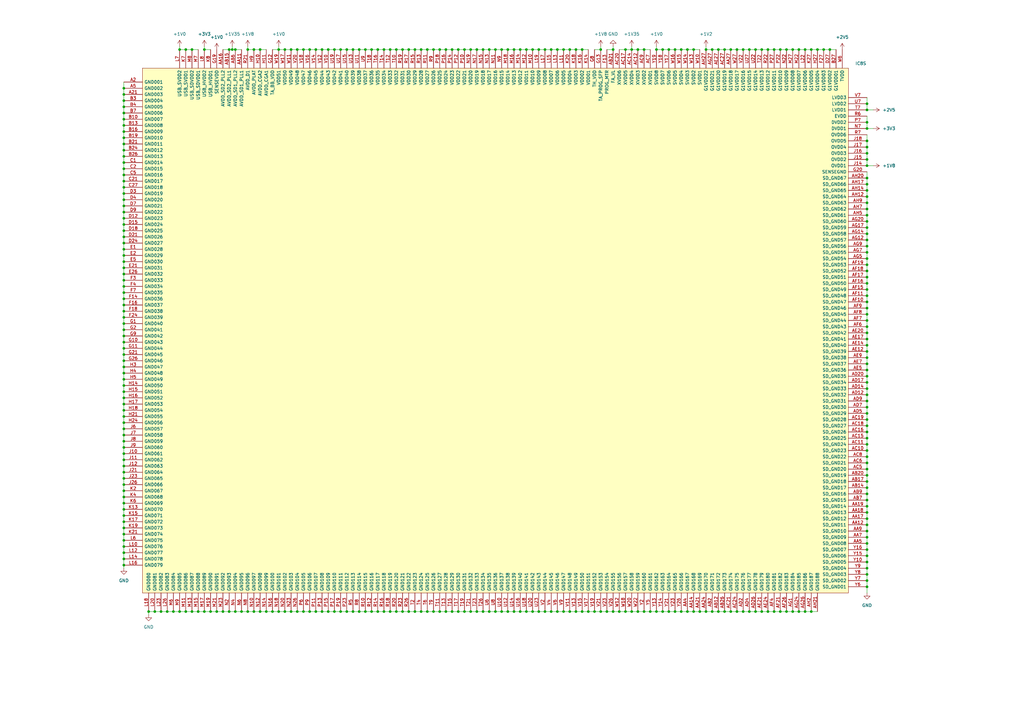
<source format=kicad_sch>
(kicad_sch (version 20211123) (generator eeschema)

  (uuid 79856471-d8e5-4e5a-a861-055a41a294c1)

  (paper "A3")

  

  (junction (at 91.44 250.825) (diameter 0) (color 0 0 0 0)
    (uuid 0001e630-8a83-4c42-a770-6cbfd2e8184d)
  )
  (junction (at 50.8 38.735) (diameter 0) (color 0 0 0 0)
    (uuid 007b46b0-6a18-4f9e-beb9-a05b91b45e2c)
  )
  (junction (at 187.96 20.32) (diameter 0) (color 0 0 0 0)
    (uuid 00aec8b8-e973-4d61-ae13-3ac9b7cf0d5b)
  )
  (junction (at 111.76 250.825) (diameter 0) (color 0 0 0 0)
    (uuid 0132363b-9ecc-4f0f-bb85-58cba33046f9)
  )
  (junction (at 50.8 89.535) (diameter 0) (color 0 0 0 0)
    (uuid 03fdacc0-814c-4b84-95ff-f701cbfb651a)
  )
  (junction (at 200.66 20.32) (diameter 0) (color 0 0 0 0)
    (uuid 048adf2f-5e15-4f12-b2f5-a30a3289e291)
  )
  (junction (at 106.68 20.32) (diameter 0) (color 0 0 0 0)
    (uuid 05de5c72-3186-445e-a18b-8f6bf8c5c810)
  )
  (junction (at 190.5 250.825) (diameter 0) (color 0 0 0 0)
    (uuid 06606e0f-b3ab-4f82-abb5-eb45798283b9)
  )
  (junction (at 73.66 250.825) (diameter 0) (color 0 0 0 0)
    (uuid 085ebf3a-992c-41d6-b243-00245f9d4f30)
  )
  (junction (at 355.6 133.985) (diameter 0) (color 0 0 0 0)
    (uuid 08cdcdd8-b1ed-4f94-ac16-753eefc20935)
  )
  (junction (at 223.52 250.825) (diameter 0) (color 0 0 0 0)
    (uuid 096c1604-16c5-4a15-a94e-0197e822721e)
  )
  (junction (at 50.8 64.135) (diameter 0) (color 0 0 0 0)
    (uuid 09dc4354-4a67-409c-ba38-1b299dbe15a3)
  )
  (junction (at 337.82 20.32) (diameter 0) (color 0 0 0 0)
    (uuid 0addf5fa-8363-426f-bc14-941226e354bc)
  )
  (junction (at 233.68 20.32) (diameter 0) (color 0 0 0 0)
    (uuid 0ae55f58-ed37-4f89-a9a5-46e150bb3b6a)
  )
  (junction (at 355.6 85.725) (diameter 0) (color 0 0 0 0)
    (uuid 0c17f793-4091-4e02-a815-3ab9245ca2b8)
  )
  (junction (at 271.78 20.32) (diameter 0) (color 0 0 0 0)
    (uuid 0c436f55-cfa2-4cfc-953e-8bab932b1f0e)
  )
  (junction (at 355.6 189.865) (diameter 0) (color 0 0 0 0)
    (uuid 0cd85d9f-d6a6-4512-884c-6de17538f918)
  )
  (junction (at 144.78 20.32) (diameter 0) (color 0 0 0 0)
    (uuid 0dcdde7d-28d8-461e-b1df-72ae0c4e4ad4)
  )
  (junction (at 157.48 20.32) (diameter 0) (color 0 0 0 0)
    (uuid 0e25f204-1a6c-4c47-aa4b-f04ce49f25f5)
  )
  (junction (at 132.08 20.32) (diameter 0) (color 0 0 0 0)
    (uuid 0e2d0c44-f542-4b07-8490-89db1b3093ab)
  )
  (junction (at 251.46 250.825) (diameter 0) (color 0 0 0 0)
    (uuid 0f19b0cc-0850-43b9-8a1a-7addccfa5e51)
  )
  (junction (at 50.8 120.015) (diameter 0) (color 0 0 0 0)
    (uuid 0f90fc1f-3630-4986-b265-c3cde9e88711)
  )
  (junction (at 50.8 114.935) (diameter 0) (color 0 0 0 0)
    (uuid 0fcf62e5-e61c-4fb2-8736-85876a9fe3bf)
  )
  (junction (at 50.8 117.475) (diameter 0) (color 0 0 0 0)
    (uuid 104b1d21-f4f8-482d-8dee-28110ce0ce5c)
  )
  (junction (at 327.66 20.32) (diameter 0) (color 0 0 0 0)
    (uuid 115964be-734b-4b40-9343-369aad62e517)
  )
  (junction (at 271.78 250.825) (diameter 0) (color 0 0 0 0)
    (uuid 11c85dd1-47a8-4628-ab51-e51c92262b59)
  )
  (junction (at 355.6 151.765) (diameter 0) (color 0 0 0 0)
    (uuid 12c4eac3-65ce-4318-b64c-42d50c1b939c)
  )
  (junction (at 259.08 250.825) (diameter 0) (color 0 0 0 0)
    (uuid 12f97e61-50f6-43e8-9d4d-81bc4cadd577)
  )
  (junction (at 134.62 250.825) (diameter 0) (color 0 0 0 0)
    (uuid 130f989c-f20e-4c26-877b-077dcd30baaf)
  )
  (junction (at 289.56 20.32) (diameter 0) (color 0 0 0 0)
    (uuid 135369af-b2c6-4736-8a77-0bee3eda4387)
  )
  (junction (at 116.84 20.32) (diameter 0) (color 0 0 0 0)
    (uuid 13790e39-9078-4fb7-93de-7f5815dc49ab)
  )
  (junction (at 322.58 250.825) (diameter 0) (color 0 0 0 0)
    (uuid 13e54525-d4eb-4961-93da-8536276f8d48)
  )
  (junction (at 322.58 20.32) (diameter 0) (color 0 0 0 0)
    (uuid 14057772-7eab-444c-9433-f90fec8dbe3f)
  )
  (junction (at 50.8 99.695) (diameter 0) (color 0 0 0 0)
    (uuid 1420b399-4cab-43d4-971e-3b8f4f30b503)
  )
  (junction (at 124.46 250.825) (diameter 0) (color 0 0 0 0)
    (uuid 16d069f8-ed17-46ff-995d-71cd3dfb1502)
  )
  (junction (at 355.6 111.125) (diameter 0) (color 0 0 0 0)
    (uuid 170bfc9d-25ff-4ac4-bef1-3e5247ca3dbb)
  )
  (junction (at 193.04 250.825) (diameter 0) (color 0 0 0 0)
    (uuid 18e5a608-17bb-44b2-a80f-8b689c9f3573)
  )
  (junction (at 236.22 250.825) (diameter 0) (color 0 0 0 0)
    (uuid 19469e37-e16e-4cfe-bc7c-44763ac1e0b8)
  )
  (junction (at 50.8 125.095) (diameter 0) (color 0 0 0 0)
    (uuid 1a4a91d4-0fc2-4cfa-a477-6c8eeb225442)
  )
  (junction (at 165.1 250.825) (diameter 0) (color 0 0 0 0)
    (uuid 1d46f899-2fa6-4c73-8c2a-ebb4239f5e45)
  )
  (junction (at 355.6 118.745) (diameter 0) (color 0 0 0 0)
    (uuid 1dd8e14f-76e5-4e1d-99ce-316015fd4b86)
  )
  (junction (at 208.28 250.825) (diameter 0) (color 0 0 0 0)
    (uuid 1de2b4b4-c362-4248-805d-f16225c23e47)
  )
  (junction (at 355.6 222.885) (diameter 0) (color 0 0 0 0)
    (uuid 1ebdcf1a-7da3-405d-b912-c708095de2a4)
  )
  (junction (at 231.14 250.825) (diameter 0) (color 0 0 0 0)
    (uuid 2140de13-87af-4ad8-9862-852ea5406c29)
  )
  (junction (at 355.6 200.025) (diameter 0) (color 0 0 0 0)
    (uuid 21c0dbb1-65b3-48ca-8d62-e16b7b880d3e)
  )
  (junction (at 50.8 130.175) (diameter 0) (color 0 0 0 0)
    (uuid 21df635e-cddd-43fe-8857-e775ce6a72d0)
  )
  (junction (at 187.96 250.825) (diameter 0) (color 0 0 0 0)
    (uuid 235a8770-24b4-45d7-b9eb-63c86e71f002)
  )
  (junction (at 355.6 202.565) (diameter 0) (color 0 0 0 0)
    (uuid 23dab6c9-cb08-4c55-81bc-581933fca768)
  )
  (junction (at 218.44 250.825) (diameter 0) (color 0 0 0 0)
    (uuid 2425cdae-175d-4348-85b5-e5d0a0b000e1)
  )
  (junction (at 50.8 160.655) (diameter 0) (color 0 0 0 0)
    (uuid 26ee79d8-c362-49d1-ab2b-b0f78a059cd7)
  )
  (junction (at 193.04 20.32) (diameter 0) (color 0 0 0 0)
    (uuid 28004bd1-e09b-437c-9a68-5729b0114e05)
  )
  (junction (at 162.56 250.825) (diameter 0) (color 0 0 0 0)
    (uuid 283e9dbe-9718-4467-aa82-94c3a71acc70)
  )
  (junction (at 50.8 168.275) (diameter 0) (color 0 0 0 0)
    (uuid 2955508e-17c5-440d-b20a-6fbfd8a67494)
  )
  (junction (at 50.8 224.155) (diameter 0) (color 0 0 0 0)
    (uuid 2aa227f3-9bd0-4ae0-b25f-9810c0459151)
  )
  (junction (at 238.76 20.32) (diameter 0) (color 0 0 0 0)
    (uuid 2b5caba4-aa2a-444f-8c9f-0670dfa5c230)
  )
  (junction (at 355.6 106.045) (diameter 0) (color 0 0 0 0)
    (uuid 2b734fe7-deda-4d59-8a9e-9f7b1e7ac66c)
  )
  (junction (at 330.2 20.32) (diameter 0) (color 0 0 0 0)
    (uuid 2ba9dbe1-d6ac-4cbc-9f68-1813d98780f7)
  )
  (junction (at 50.8 211.455) (diameter 0) (color 0 0 0 0)
    (uuid 2c10d4ea-f542-475e-ad73-1fd1de978aea)
  )
  (junction (at 289.56 250.825) (diameter 0) (color 0 0 0 0)
    (uuid 2c241a61-700d-4706-8f83-a3db644cb97e)
  )
  (junction (at 180.34 250.825) (diameter 0) (color 0 0 0 0)
    (uuid 2dab43c9-2b6a-4bc8-aa8e-5463bdc6d9d0)
  )
  (junction (at 129.54 20.32) (diameter 0) (color 0 0 0 0)
    (uuid 2e8bdf91-5e28-405b-a77a-a57686b4bf42)
  )
  (junction (at 50.8 48.895) (diameter 0) (color 0 0 0 0)
    (uuid 2f7ccc6e-53cc-4db7-a9b5-8985c47995ab)
  )
  (junction (at 76.2 250.825) (diameter 0) (color 0 0 0 0)
    (uuid 3084ac62-8d35-4012-b17e-9eb913494de8)
  )
  (junction (at 335.28 20.32) (diameter 0) (color 0 0 0 0)
    (uuid 309a677b-0fdb-428f-a196-c913b1c1efed)
  )
  (junction (at 254 250.825) (diameter 0) (color 0 0 0 0)
    (uuid 30b5a850-1b2f-48ad-b64d-d01a16dce313)
  )
  (junction (at 50.8 173.355) (diameter 0) (color 0 0 0 0)
    (uuid 30b8ee93-e7ea-4131-9b97-9511cadb8cd6)
  )
  (junction (at 83.82 250.825) (diameter 0) (color 0 0 0 0)
    (uuid 325ffd3a-383c-412d-8071-984ef4f4677a)
  )
  (junction (at 101.6 250.825) (diameter 0) (color 0 0 0 0)
    (uuid 32703852-699c-49ec-9d63-6513c7927f6a)
  )
  (junction (at 355.6 192.405) (diameter 0) (color 0 0 0 0)
    (uuid 344c2dc7-9d31-4d59-b430-705245dc9e3f)
  )
  (junction (at 355.6 227.965) (diameter 0) (color 0 0 0 0)
    (uuid 348c51da-c927-40e9-9f95-5f5ea259400a)
  )
  (junction (at 314.96 20.32) (diameter 0) (color 0 0 0 0)
    (uuid 34a2ff7e-5eaf-4a43-ab2e-0bf5a3832e13)
  )
  (junction (at 50.8 107.315) (diameter 0) (color 0 0 0 0)
    (uuid 36849c50-b058-476d-baad-77bcdbfa2e95)
  )
  (junction (at 190.5 20.32) (diameter 0) (color 0 0 0 0)
    (uuid 369f7965-1daf-4500-8d4d-dbdd082e4357)
  )
  (junction (at 355.6 103.505) (diameter 0) (color 0 0 0 0)
    (uuid 36a7cdea-1325-4091-9cfa-d5f0d17803a2)
  )
  (junction (at 355.6 83.185) (diameter 0) (color 0 0 0 0)
    (uuid 38976d22-bea4-48d2-a78e-41744fd108a6)
  )
  (junction (at 86.36 250.825) (diameter 0) (color 0 0 0 0)
    (uuid 38e9f030-102d-49a6-9773-bad173ecc348)
  )
  (junction (at 81.28 250.825) (diameter 0) (color 0 0 0 0)
    (uuid 3907442b-1f28-4235-981b-d27f438f0941)
  )
  (junction (at 180.34 20.32) (diameter 0) (color 0 0 0 0)
    (uuid 39c031ca-6686-48eb-92df-1f6fd650d16e)
  )
  (junction (at 200.66 250.825) (diameter 0) (color 0 0 0 0)
    (uuid 39c60ef6-fbb5-4a5e-859f-c409ab88dbe0)
  )
  (junction (at 355.6 100.965) (diameter 0) (color 0 0 0 0)
    (uuid 3ae6d41b-ab91-472d-ae8f-507c4238dbc1)
  )
  (junction (at 175.26 20.32) (diameter 0) (color 0 0 0 0)
    (uuid 3bfa2c11-17b6-4c13-88b0-10f4fd547e0a)
  )
  (junction (at 355.6 169.545) (diameter 0) (color 0 0 0 0)
    (uuid 3c7eff97-65aa-4050-8e66-0e369eac59b1)
  )
  (junction (at 50.8 213.995) (diameter 0) (color 0 0 0 0)
    (uuid 3cb5424e-d244-4afc-bcab-1cd0a033cd5c)
  )
  (junction (at 355.6 65.405) (diameter 0) (color 0 0 0 0)
    (uuid 3dfcf5fb-a2bc-457d-b7cc-2ddc1ef4f029)
  )
  (junction (at 129.54 250.825) (diameter 0) (color 0 0 0 0)
    (uuid 3e0faf38-a091-48e2-a61b-2108e19224ca)
  )
  (junction (at 292.1 20.32) (diameter 0) (color 0 0 0 0)
    (uuid 3ea98889-1c4a-4c64-bbba-ab4da623550f)
  )
  (junction (at 355.6 141.605) (diameter 0) (color 0 0 0 0)
    (uuid 3ed3af68-e765-4d44-b20d-1933df4a65a7)
  )
  (junction (at 355.6 57.785) (diameter 0) (color 0 0 0 0)
    (uuid 3f0e0355-f1c3-4d06-9fd2-aa65c65d9009)
  )
  (junction (at 73.66 20.32) (diameter 0) (color 0 0 0 0)
    (uuid 3f7edd93-9101-4e47-b188-e1b6fd403220)
  )
  (junction (at 355.6 126.365) (diameter 0) (color 0 0 0 0)
    (uuid 404fa9d4-877e-4330-9cf1-8b2f5ec234f8)
  )
  (junction (at 50.8 216.535) (diameter 0) (color 0 0 0 0)
    (uuid 40f06b41-7b87-45a8-9ca6-a075afef3807)
  )
  (junction (at 167.64 250.825) (diameter 0) (color 0 0 0 0)
    (uuid 42bb6069-2da4-46d7-bc96-a23ebe0fe549)
  )
  (junction (at 142.24 250.825) (diameter 0) (color 0 0 0 0)
    (uuid 43c208c8-c626-4aaa-9bb0-d33bbea8d2f8)
  )
  (junction (at 149.86 20.32) (diameter 0) (color 0 0 0 0)
    (uuid 43d703ec-49a8-42c8-a7d2-2175785c2a62)
  )
  (junction (at 76.2 20.32) (diameter 0) (color 0 0 0 0)
    (uuid 4410da2d-be6a-42e0-952f-4bcc3e410cd3)
  )
  (junction (at 78.74 20.32) (diameter 0) (color 0 0 0 0)
    (uuid 45a2755f-5826-4e37-8102-9baf0b625d35)
  )
  (junction (at 127 20.32) (diameter 0) (color 0 0 0 0)
    (uuid 45e6a346-462b-4570-9d6f-e10bb48c71f5)
  )
  (junction (at 269.24 250.825) (diameter 0) (color 0 0 0 0)
    (uuid 46610819-9f6d-4918-9fb4-e778b42e366c)
  )
  (junction (at 355.6 88.265) (diameter 0) (color 0 0 0 0)
    (uuid 46979ef6-133c-4e9c-9b01-72631f8d15ab)
  )
  (junction (at 50.8 221.615) (diameter 0) (color 0 0 0 0)
    (uuid 46e30374-e32f-4b3b-ad29-3070c0f794bb)
  )
  (junction (at 355.6 233.045) (diameter 0) (color 0 0 0 0)
    (uuid 476c5a06-0f2a-464b-8859-f8d64ed309df)
  )
  (junction (at 355.6 95.885) (diameter 0) (color 0 0 0 0)
    (uuid 48aaff0e-6488-4adb-8fc1-6e689dc1080f)
  )
  (junction (at 68.58 250.825) (diameter 0) (color 0 0 0 0)
    (uuid 48c7f061-4a9f-4ec4-88ec-2a06f75dbc17)
  )
  (junction (at 236.22 20.32) (diameter 0) (color 0 0 0 0)
    (uuid 4cfee124-0286-4741-8481-45c1fef0932e)
  )
  (junction (at 50.8 208.915) (diameter 0) (color 0 0 0 0)
    (uuid 4ec029e6-0232-48b5-abd2-955c24c8d7ca)
  )
  (junction (at 355.6 187.325) (diameter 0) (color 0 0 0 0)
    (uuid 4fcd7f15-48e1-4f89-888d-58dd78086442)
  )
  (junction (at 355.6 179.705) (diameter 0) (color 0 0 0 0)
    (uuid 501a6b23-b4c1-4629-a584-459a9d8f84e9)
  )
  (junction (at 170.18 20.32) (diameter 0) (color 0 0 0 0)
    (uuid 50f1759c-9a3d-45e7-8f64-df3bb7ae7630)
  )
  (junction (at 114.3 250.825) (diameter 0) (color 0 0 0 0)
    (uuid 51773a92-8bd8-492f-9917-85db61b41282)
  )
  (junction (at 137.16 250.825) (diameter 0) (color 0 0 0 0)
    (uuid 52566982-5ddd-4e72-9471-5688d488aab9)
  )
  (junction (at 182.88 20.32) (diameter 0) (color 0 0 0 0)
    (uuid 536781fd-ffa9-4272-a4b5-041180fae8b1)
  )
  (junction (at 251.46 20.32) (diameter 0) (color 0 0 0 0)
    (uuid 54692263-d303-4654-bf6e-321132d3aa40)
  )
  (junction (at 50.8 186.055) (diameter 0) (color 0 0 0 0)
    (uuid 55c59b6a-66fc-49c2-a919-17b984cc6985)
  )
  (junction (at 355.6 177.165) (diameter 0) (color 0 0 0 0)
    (uuid 55dba178-80d8-4c1f-adc0-2dfa1102a028)
  )
  (junction (at 264.16 20.32) (diameter 0) (color 0 0 0 0)
    (uuid 56014816-207b-47ee-975b-e10fea6f04bc)
  )
  (junction (at 109.22 250.825) (diameter 0) (color 0 0 0 0)
    (uuid 56738ef5-bd84-44ba-a5d0-09cc104b8ddb)
  )
  (junction (at 177.8 250.825) (diameter 0) (color 0 0 0 0)
    (uuid 57b99204-db7d-4fc6-a376-2b6639d948a4)
  )
  (junction (at 50.8 92.075) (diameter 0) (color 0 0 0 0)
    (uuid 58eeb93a-834c-4a2b-942b-275b2b588337)
  )
  (junction (at 205.74 250.825) (diameter 0) (color 0 0 0 0)
    (uuid 58f5b1fc-a729-4a62-84ca-222c3b40f022)
  )
  (junction (at 355.6 67.945) (diameter 0) (color 0 0 0 0)
    (uuid 597c7b9e-9960-45a0-ae4c-50648422a5b3)
  )
  (junction (at 71.12 250.825) (diameter 0) (color 0 0 0 0)
    (uuid 59fafc99-46b9-4af7-bb7b-0e17264ef1d4)
  )
  (junction (at 256.54 250.825) (diameter 0) (color 0 0 0 0)
    (uuid 5a41f39a-9e71-441f-b92d-12f27d3b9bca)
  )
  (junction (at 332.74 20.32) (diameter 0) (color 0 0 0 0)
    (uuid 5a64db08-cd50-4702-9dca-a81fb81e8273)
  )
  (junction (at 157.48 250.825) (diameter 0) (color 0 0 0 0)
    (uuid 5a972410-03d4-4606-a0a4-f044c72136b4)
  )
  (junction (at 121.92 250.825) (diameter 0) (color 0 0 0 0)
    (uuid 5b1340c3-28c4-4975-ad01-7ebaddcf9a99)
  )
  (junction (at 228.6 20.32) (diameter 0) (color 0 0 0 0)
    (uuid 5b4dc521-80ed-4531-a67e-ee10665ee365)
  )
  (junction (at 119.38 250.825) (diameter 0) (color 0 0 0 0)
    (uuid 5b90003b-876b-4e30-9e79-6343cf4c6b47)
  )
  (junction (at 182.88 250.825) (diameter 0) (color 0 0 0 0)
    (uuid 5c692ede-77d5-4d33-be84-947ad31524a5)
  )
  (junction (at 355.6 121.285) (diameter 0) (color 0 0 0 0)
    (uuid 5ceb966c-9cea-479b-ae81-d17985707a9f)
  )
  (junction (at 210.82 250.825) (diameter 0) (color 0 0 0 0)
    (uuid 5d0492cf-23ed-4849-96f2-eb50d2a2dd21)
  )
  (junction (at 355.6 220.345) (diameter 0) (color 0 0 0 0)
    (uuid 5dfe5617-7d22-4db0-b8ea-9a33394ac45f)
  )
  (junction (at 256.54 20.32) (diameter 0) (color 0 0 0 0)
    (uuid 5ea1f189-1514-42e7-ab18-5202136196d9)
  )
  (junction (at 83.82 20.32) (diameter 0) (color 0 0 0 0)
    (uuid 5ee28e44-4922-4652-967b-f367755a8052)
  )
  (junction (at 50.8 165.735) (diameter 0) (color 0 0 0 0)
    (uuid 5fbfa8bf-da32-4407-9c3d-3493edd0c659)
  )
  (junction (at 144.78 250.825) (diameter 0) (color 0 0 0 0)
    (uuid 60073fb4-3171-49bb-accc-7e9691f6713a)
  )
  (junction (at 114.3 20.32) (diameter 0) (color 0 0 0 0)
    (uuid 6011d2b3-9f92-47bb-b27b-7a41f3f0b273)
  )
  (junction (at 50.8 66.675) (diameter 0) (color 0 0 0 0)
    (uuid 6186ff94-a5cc-44da-9224-96465d8ff1dc)
  )
  (junction (at 284.48 250.825) (diameter 0) (color 0 0 0 0)
    (uuid 61c185a1-6f29-4daa-9ffe-f6064e3aea16)
  )
  (junction (at 355.6 164.465) (diameter 0) (color 0 0 0 0)
    (uuid 61c55ba6-9ee9-4bd5-97cf-11debfdfd798)
  )
  (junction (at 50.8 201.295) (diameter 0) (color 0 0 0 0)
    (uuid 62c448ff-7f75-4e9c-b1a4-b6e4fc510266)
  )
  (junction (at 218.44 20.32) (diameter 0) (color 0 0 0 0)
    (uuid 62d4caca-d111-4ec8-b90b-d8b4ece670ca)
  )
  (junction (at 50.8 178.435) (diameter 0) (color 0 0 0 0)
    (uuid 63b5fb97-2df3-467b-97e1-ba454ebe3c16)
  )
  (junction (at 50.8 81.915) (diameter 0) (color 0 0 0 0)
    (uuid 6417218e-ad09-401c-8ddb-4e8b0e4d398f)
  )
  (junction (at 314.96 250.825) (diameter 0) (color 0 0 0 0)
    (uuid 6467be3c-5cc1-476d-91d2-291d8b989cc5)
  )
  (junction (at 302.26 250.825) (diameter 0) (color 0 0 0 0)
    (uuid 647bda96-1367-410c-8816-ecc4db58ee3a)
  )
  (junction (at 50.8 127.635) (diameter 0) (color 0 0 0 0)
    (uuid 648e46f5-e5be-488a-95cf-e3fc6356cb6e)
  )
  (junction (at 172.72 250.825) (diameter 0) (color 0 0 0 0)
    (uuid 64b359fd-45d3-4865-b0d5-a2bbf3a40a69)
  )
  (junction (at 243.84 250.825) (diameter 0) (color 0 0 0 0)
    (uuid 64be2121-b1e7-4580-bfb0-26f7d1e02186)
  )
  (junction (at 276.86 20.32) (diameter 0) (color 0 0 0 0)
    (uuid 66215250-fc5d-4dd6-bb13-2ec87d97648d)
  )
  (junction (at 327.66 250.825) (diameter 0) (color 0 0 0 0)
    (uuid 6688a157-8b56-47a5-b65f-1c5d72e561ab)
  )
  (junction (at 332.74 250.825) (diameter 0) (color 0 0 0 0)
    (uuid 66a0317b-8630-4257-942f-d02d2f6be9ab)
  )
  (junction (at 152.4 250.825) (diameter 0) (color 0 0 0 0)
    (uuid 6754b88c-8a04-4638-abae-ef1e40cf7ffc)
  )
  (junction (at 213.36 250.825) (diameter 0) (color 0 0 0 0)
    (uuid 679ae284-eda9-4f0b-bbe0-96137fc5110c)
  )
  (junction (at 50.8 135.255) (diameter 0) (color 0 0 0 0)
    (uuid 67f7b508-1c8d-4a64-8493-84fd8f7d6dff)
  )
  (junction (at 355.6 93.345) (diameter 0) (color 0 0 0 0)
    (uuid 681089bd-ca86-4777-91fd-df44e37e44ae)
  )
  (junction (at 287.02 250.825) (diameter 0) (color 0 0 0 0)
    (uuid 68b65621-1e5b-4df9-9ec5-3b17f0023c93)
  )
  (junction (at 198.12 250.825) (diameter 0) (color 0 0 0 0)
    (uuid 6b531ba1-c208-474d-a943-b96f25184a53)
  )
  (junction (at 99.06 250.825) (diameter 0) (color 0 0 0 0)
    (uuid 6cb18eb8-fe33-422c-bef6-f13c48ec784d)
  )
  (junction (at 355.6 230.505) (diameter 0) (color 0 0 0 0)
    (uuid 6d2bfee5-0b08-402e-814e-6a6c9a79f6a7)
  )
  (junction (at 106.68 250.825) (diameter 0) (color 0 0 0 0)
    (uuid 6d59af8d-0abd-4f86-8f00-3789030a8b03)
  )
  (junction (at 50.8 158.115) (diameter 0) (color 0 0 0 0)
    (uuid 6e113ad7-8382-464c-ada0-885430d7d9ef)
  )
  (junction (at 134.62 20.32) (diameter 0) (color 0 0 0 0)
    (uuid 6e5aca3a-f13f-4b21-a209-eec437ab6063)
  )
  (junction (at 355.6 159.385) (diameter 0) (color 0 0 0 0)
    (uuid 6fd8f88f-95f6-41a0-9dd6-27cccaed9056)
  )
  (junction (at 50.8 122.555) (diameter 0) (color 0 0 0 0)
    (uuid 70b6c30a-1222-4eaf-bcc7-1bb477ec9c9d)
  )
  (junction (at 246.38 250.825) (diameter 0) (color 0 0 0 0)
    (uuid 70cc47f5-e940-4356-b4de-6cb8b1d61f25)
  )
  (junction (at 355.6 52.705) (diameter 0) (color 0 0 0 0)
    (uuid 7129c983-505c-4f28-9c64-085a657f342d)
  )
  (junction (at 50.8 147.955) (diameter 0) (color 0 0 0 0)
    (uuid 73b33038-23e3-42cc-ac36-eef39200b653)
  )
  (junction (at 210.82 20.32) (diameter 0) (color 0 0 0 0)
    (uuid 74641aa4-66e3-44be-b523-2ba512cd64f9)
  )
  (junction (at 292.1 250.825) (diameter 0) (color 0 0 0 0)
    (uuid 74aa4bbe-3cb4-4f4b-9d0a-5baed4ffca7e)
  )
  (junction (at 355.6 215.265) (diameter 0) (color 0 0 0 0)
    (uuid 74b22936-9ade-4ba8-b104-090946cd9caa)
  )
  (junction (at 330.2 250.825) (diameter 0) (color 0 0 0 0)
    (uuid 75a068e3-7b8d-4664-838e-31a7df7486ca)
  )
  (junction (at 248.92 250.825) (diameter 0) (color 0 0 0 0)
    (uuid 762891fc-2fc1-4ec8-abd5-5d944a70be03)
  )
  (junction (at 355.6 45.085) (diameter 0) (color 0 0 0 0)
    (uuid 7651759b-e8de-40d0-8784-be454b59e625)
  )
  (junction (at 50.8 188.595) (diameter 0) (color 0 0 0 0)
    (uuid 7919bc7e-3968-4e82-85f2-c7565f1cb5c5)
  )
  (junction (at 355.6 139.065) (diameter 0) (color 0 0 0 0)
    (uuid 799bac6f-db64-4091-a0fb-02489897d7e8)
  )
  (junction (at 132.08 250.825) (diameter 0) (color 0 0 0 0)
    (uuid 79e221a4-652c-483f-a521-005d6f8ba254)
  )
  (junction (at 312.42 20.32) (diameter 0) (color 0 0 0 0)
    (uuid 79f5a355-8ed0-47c0-8cf5-3088fbbe32f5)
  )
  (junction (at 50.8 145.415) (diameter 0) (color 0 0 0 0)
    (uuid 7a2d1689-2273-413d-b4f5-51d484620612)
  )
  (junction (at 50.8 79.375) (diameter 0) (color 0 0 0 0)
    (uuid 7a3d8ef6-1930-4b4b-b585-3f972293441b)
  )
  (junction (at 88.9 250.825) (diameter 0) (color 0 0 0 0)
    (uuid 7bfa38fe-de06-428e-8f1f-f602dd6b3fa5)
  )
  (junction (at 198.12 20.32) (diameter 0) (color 0 0 0 0)
    (uuid 7d418d19-7247-469e-a92d-6e5fb56f2805)
  )
  (junction (at 50.8 163.195) (diameter 0) (color 0 0 0 0)
    (uuid 7e5ad2c2-ec1e-4dd1-ba3c-422597999615)
  )
  (junction (at 276.86 250.825) (diameter 0) (color 0 0 0 0)
    (uuid 7e5f4860-c914-4b82-8129-fdf19ac589dd)
  )
  (junction (at 213.36 20.32) (diameter 0) (color 0 0 0 0)
    (uuid 7f097127-479c-470c-808d-63899d6eade8)
  )
  (junction (at 325.12 250.825) (diameter 0) (color 0 0 0 0)
    (uuid 80066df8-ef2c-47f4-aa48-f17193784600)
  )
  (junction (at 259.08 20.32) (diameter 0) (color 0 0 0 0)
    (uuid 807c0ed0-a00f-4b04-80c8-4e83cd98e4f4)
  )
  (junction (at 261.62 20.32) (diameter 0) (color 0 0 0 0)
    (uuid 80dbf4cc-2ff6-4113-adbe-afc7b8aadf58)
  )
  (junction (at 50.8 53.975) (diameter 0) (color 0 0 0 0)
    (uuid 8199d241-eca3-4ed7-8eba-37a698e3fe78)
  )
  (junction (at 50.8 69.215) (diameter 0) (color 0 0 0 0)
    (uuid 820f4625-1588-4b30-8553-5451cb4d62e7)
  )
  (junction (at 309.88 250.825) (diameter 0) (color 0 0 0 0)
    (uuid 82409e49-f227-45a4-a2e1-2e7b4f299669)
  )
  (junction (at 154.94 20.32) (diameter 0) (color 0 0 0 0)
    (uuid 83353041-6a19-47db-9f9e-e4c7230ab7ee)
  )
  (junction (at 279.4 20.32) (diameter 0) (color 0 0 0 0)
    (uuid 8340a10e-372b-48b1-b69a-6d130cc3ee42)
  )
  (junction (at 50.8 41.275) (diameter 0) (color 0 0 0 0)
    (uuid 841a0782-ff8b-4cae-864d-f6a28d72750a)
  )
  (junction (at 50.8 36.195) (diameter 0) (color 0 0 0 0)
    (uuid 846d6e71-7636-44a6-806a-1704ad29b378)
  )
  (junction (at 119.38 20.32) (diameter 0) (color 0 0 0 0)
    (uuid 857e839a-db51-4814-8e7f-131b6ff82a26)
  )
  (junction (at 50.8 76.835) (diameter 0) (color 0 0 0 0)
    (uuid 878a2a79-55e6-4e03-ac9a-cef10cb6ec4c)
  )
  (junction (at 355.6 205.105) (diameter 0) (color 0 0 0 0)
    (uuid 87af1a3a-7d25-4927-9161-651545ac6e27)
  )
  (junction (at 203.2 20.32) (diameter 0) (color 0 0 0 0)
    (uuid 8821d877-3a8b-4b95-a136-e260fcd8d311)
  )
  (junction (at 185.42 20.32) (diameter 0) (color 0 0 0 0)
    (uuid 89989807-760d-460e-abbb-45fee25a42ca)
  )
  (junction (at 274.32 250.825) (diameter 0) (color 0 0 0 0)
    (uuid 8a3d3c2d-dd36-4c45-ba71-f8f8d657ae49)
  )
  (junction (at 50.8 140.335) (diameter 0) (color 0 0 0 0)
    (uuid 8a7227af-cc27-41a6-b8fc-abaac29a886a)
  )
  (junction (at 355.6 172.085) (diameter 0) (color 0 0 0 0)
    (uuid 8aacf860-95b3-4a3b-9ad2-fbdacc1f0505)
  )
  (junction (at 355.6 75.565) (diameter 0) (color 0 0 0 0)
    (uuid 8ad6f549-a5fe-41c9-9f89-768fbbed3a9e)
  )
  (junction (at 147.32 20.32) (diameter 0) (color 0 0 0 0)
    (uuid 8cb7bdce-a344-4e9a-a088-fe79eae3de80)
  )
  (junction (at 50.8 231.775) (diameter 0) (color 0 0 0 0)
    (uuid 8d145b5e-041b-421d-9397-35eebd08f019)
  )
  (junction (at 96.52 250.825) (diameter 0) (color 0 0 0 0)
    (uuid 8e3b220f-3b24-4b9f-ad56-c143648ebfab)
  )
  (junction (at 104.14 20.32) (diameter 0) (color 0 0 0 0)
    (uuid 8e3fc0cc-8d5b-4920-ac5d-b2f00e4ed785)
  )
  (junction (at 355.6 149.225) (diameter 0) (color 0 0 0 0)
    (uuid 8efea052-026d-4dbd-a9ee-e601c614c33b)
  )
  (junction (at 281.94 250.825) (diameter 0) (color 0 0 0 0)
    (uuid 8fbf5432-e3ef-47f9-9ab3-7b9bf3285de0)
  )
  (junction (at 170.18 250.825) (diameter 0) (color 0 0 0 0)
    (uuid 8fffcab9-40a6-4e80-8352-ffdb432cd088)
  )
  (junction (at 307.34 20.32) (diameter 0) (color 0 0 0 0)
    (uuid 90498647-7063-4f75-add3-21107034e116)
  )
  (junction (at 355.6 197.485) (diameter 0) (color 0 0 0 0)
    (uuid 907c7027-4c4d-4022-bbc1-f08e9d8a77e8)
  )
  (junction (at 215.9 20.32) (diameter 0) (color 0 0 0 0)
    (uuid 9088c1fb-80d3-4d6a-9df4-7e527034f6f0)
  )
  (junction (at 355.6 113.665) (diameter 0) (color 0 0 0 0)
    (uuid 90cf6871-c25c-4b8c-830f-281860045641)
  )
  (junction (at 50.8 183.515) (diameter 0) (color 0 0 0 0)
    (uuid 924e6858-2a86-46b4-9200-508df18fe100)
  )
  (junction (at 50.8 109.855) (diameter 0) (color 0 0 0 0)
    (uuid 92b78662-fbb8-4b51-aac4-5cf51c26bf5c)
  )
  (junction (at 50.8 180.975) (diameter 0) (color 0 0 0 0)
    (uuid 94733eeb-aa4c-4082-8cca-315e0c4eba87)
  )
  (junction (at 50.8 191.135) (diameter 0) (color 0 0 0 0)
    (uuid 94a9d1f4-d4ce-4d87-9510-b66dbb1b4a20)
  )
  (junction (at 355.6 123.825) (diameter 0) (color 0 0 0 0)
    (uuid 94c2d228-ab2d-4bac-bcc6-070b302a4209)
  )
  (junction (at 355.6 62.865) (diameter 0) (color 0 0 0 0)
    (uuid 95bbc713-35b1-4b8a-9d34-319b9045d00a)
  )
  (junction (at 320.04 20.32) (diameter 0) (color 0 0 0 0)
    (uuid 95d794ae-7b73-479a-aa9a-0c60b3d5bedd)
  )
  (junction (at 325.12 20.32) (diameter 0) (color 0 0 0 0)
    (uuid 977eb6f7-c65d-44cf-8804-fd742d3c66ec)
  )
  (junction (at 208.28 20.32) (diameter 0) (color 0 0 0 0)
    (uuid 98b5ca18-c060-41db-8e1a-aff742aef78e)
  )
  (junction (at 220.98 250.825) (diameter 0) (color 0 0 0 0)
    (uuid 9b080719-a2c7-41f5-a90b-0eb09d7f35e3)
  )
  (junction (at 297.18 250.825) (diameter 0) (color 0 0 0 0)
    (uuid 9b85f11f-e913-4476-8665-4f049aeb3662)
  )
  (junction (at 162.56 20.32) (diameter 0) (color 0 0 0 0)
    (uuid 9c0095f3-3825-4f80-81f6-68275cf1df59)
  )
  (junction (at 355.6 156.845) (diameter 0) (color 0 0 0 0)
    (uuid 9c498ff5-d9ab-4f50-a42a-7a131d6d263e)
  )
  (junction (at 50.8 196.215) (diameter 0) (color 0 0 0 0)
    (uuid 9c91033b-8b9b-48c6-aa11-6be0fafae4dc)
  )
  (junction (at 355.6 90.805) (diameter 0) (color 0 0 0 0)
    (uuid 9f6e658a-6dc2-4a95-8769-8367c28c2e7b)
  )
  (junction (at 142.24 20.32) (diameter 0) (color 0 0 0 0)
    (uuid a0189cee-b38b-4caf-a31a-73946445d136)
  )
  (junction (at 50.8 102.235) (diameter 0) (color 0 0 0 0)
    (uuid a0193bd3-93a1-4ac3-b6a7-4d80518843ef)
  )
  (junction (at 355.6 108.585) (diameter 0) (color 0 0 0 0)
    (uuid a1226571-fc89-433e-b484-4ec185c19737)
  )
  (junction (at 355.6 146.685) (diameter 0) (color 0 0 0 0)
    (uuid a161a0da-cf64-44b5-baea-e8fda86c81fa)
  )
  (junction (at 264.16 250.825) (diameter 0) (color 0 0 0 0)
    (uuid a4cb33e0-38b3-45ab-b142-ad45b6f5fa02)
  )
  (junction (at 261.62 250.825) (diameter 0) (color 0 0 0 0)
    (uuid a559203b-4947-4d14-8602-9d1f7c1b2977)
  )
  (junction (at 177.8 20.32) (diameter 0) (color 0 0 0 0)
    (uuid a5a69d2f-9ccd-47d6-8a8d-018ecda50dba)
  )
  (junction (at 50.8 142.875) (diameter 0) (color 0 0 0 0)
    (uuid a5c33b12-e9c0-4f26-be97-208d1478cbea)
  )
  (junction (at 160.02 250.825) (diameter 0) (color 0 0 0 0)
    (uuid a69b88f6-ad72-4ac0-a503-9308747c69c5)
  )
  (junction (at 66.04 250.825) (diameter 0) (color 0 0 0 0)
    (uuid a6bba325-696c-4bcb-a419-db9164d4510c)
  )
  (junction (at 50.8 175.895) (diameter 0) (color 0 0 0 0)
    (uuid a6bf6a06-c968-49ed-b3fa-3f92b4622afb)
  )
  (junction (at 284.48 20.32) (diameter 0) (color 0 0 0 0)
    (uuid a6fee2f5-49b9-4088-b5e5-57c1364f0632)
  )
  (junction (at 355.6 182.245) (diameter 0) (color 0 0 0 0)
    (uuid a70a0b19-d8d3-4ebb-812a-ba9f6885b5a1)
  )
  (junction (at 165.1 20.32) (diameter 0) (color 0 0 0 0)
    (uuid a78fad53-aaff-4184-937b-3e2bfc5e80f3)
  )
  (junction (at 50.8 226.695) (diameter 0) (color 0 0 0 0)
    (uuid a7acebb5-a88d-4003-8492-a1bb0cce7738)
  )
  (junction (at 50.8 203.835) (diameter 0) (color 0 0 0 0)
    (uuid a861496b-ac57-4151-958f-511d79084a39)
  )
  (junction (at 50.8 43.815) (diameter 0) (color 0 0 0 0)
    (uuid a8766435-8713-4643-be72-2b4243935649)
  )
  (junction (at 104.14 250.825) (diameter 0) (color 0 0 0 0)
    (uuid a9778ca9-4faa-455d-8ab6-b56eabf590cf)
  )
  (junction (at 294.64 20.32) (diameter 0) (color 0 0 0 0)
    (uuid ab8ea986-e19d-4bd7-954a-af22595f74c0)
  )
  (junction (at 309.88 20.32) (diameter 0) (color 0 0 0 0)
    (uuid abe1fff9-dd54-465f-b9e7-2fc9092b951f)
  )
  (junction (at 50.8 170.815) (diameter 0) (color 0 0 0 0)
    (uuid abff7306-f99c-48be-9ad6-fdffa3940a20)
  )
  (junction (at 50.8 56.515) (diameter 0) (color 0 0 0 0)
    (uuid ac878be2-0935-4bf1-afcc-07ee8eb33081)
  )
  (junction (at 101.6 20.32) (diameter 0) (color 0 0 0 0)
    (uuid ad546f74-307c-413f-b93c-f2cb5fce29f1)
  )
  (junction (at 50.8 71.755) (diameter 0) (color 0 0 0 0)
    (uuid af60cc2e-5fd4-4e6a-b2b3-d31ba7974dc7)
  )
  (junction (at 355.6 217.805) (diameter 0) (color 0 0 0 0)
    (uuid b080fcc7-137b-4952-8275-1fdbf87e9b0c)
  )
  (junction (at 297.18 20.32) (diameter 0) (color 0 0 0 0)
    (uuid b09235c4-5278-4660-9d06-913733d5cc04)
  )
  (junction (at 355.6 73.025) (diameter 0) (color 0 0 0 0)
    (uuid b15317dc-6d9c-47d4-a8f4-cde6bd57e0bc)
  )
  (junction (at 355.6 78.105) (diameter 0) (color 0 0 0 0)
    (uuid b2569c32-6db8-4400-90bb-a9d5342430c7)
  )
  (junction (at 274.32 20.32) (diameter 0) (color 0 0 0 0)
    (uuid b29466d6-df14-45f8-be8b-55b105c799d3)
  )
  (junction (at 355.6 238.125) (diameter 0) (color 0 0 0 0)
    (uuid b2cb7ccd-7fd3-4b8c-99a6-916e15d5fedc)
  )
  (junction (at 167.64 20.32) (diameter 0) (color 0 0 0 0)
    (uuid b5dca1d0-b66a-4980-aeaf-540d6aa6dac1)
  )
  (junction (at 302.26 20.32) (diameter 0) (color 0 0 0 0)
    (uuid b6f517ad-ab13-44ec-a5c0-3492dd486777)
  )
  (junction (at 137.16 20.32) (diameter 0) (color 0 0 0 0)
    (uuid b8d856fc-4722-4e9b-805e-83936e91ea20)
  )
  (junction (at 299.72 250.825) (diameter 0) (color 0 0 0 0)
    (uuid b92316b6-8e53-4df6-9210-1d9580693ce2)
  )
  (junction (at 50.8 219.075) (diameter 0) (color 0 0 0 0)
    (uuid b94b9411-dfcd-4765-bcaf-91e68048cd1b)
  )
  (junction (at 355.6 42.545) (diameter 0) (color 0 0 0 0)
    (uuid ba67d725-bc45-4319-8c94-f45b4030f2b3)
  )
  (junction (at 355.6 174.625) (diameter 0) (color 0 0 0 0)
    (uuid bb39c885-9163-4601-8b0e-5ef23d335d4d)
  )
  (junction (at 317.5 250.825) (diameter 0) (color 0 0 0 0)
    (uuid bc531e90-3fea-4a98-9ff9-72ba7590a855)
  )
  (junction (at 233.68 250.825) (diameter 0) (color 0 0 0 0)
    (uuid bcda614d-4a27-4a53-b25b-42b3594baca5)
  )
  (junction (at 355.6 131.445) (diameter 0) (color 0 0 0 0)
    (uuid be4c9e8d-ea3d-4b7c-9908-f623bc645719)
  )
  (junction (at 246.38 20.32) (diameter 0) (color 0 0 0 0)
    (uuid c01f5f84-70ae-4792-b1db-250c575c8e03)
  )
  (junction (at 355.6 80.645) (diameter 0) (color 0 0 0 0)
    (uuid c036c3fe-7f1b-43a8-bf5b-2eb33019ab61)
  )
  (junction (at 355.6 144.145) (diameter 0) (color 0 0 0 0)
    (uuid c10d8f1a-a450-44c6-ad2a-9b248de88094)
  )
  (junction (at 50.8 61.595) (diameter 0) (color 0 0 0 0)
    (uuid c123145a-3c2e-4f85-b794-97874cc59743)
  )
  (junction (at 96.52 20.32) (diameter 0) (color 0 0 0 0)
    (uuid c2c68ff6-22e9-4fdf-bf67-6c2e2141a599)
  )
  (junction (at 355.6 161.925) (diameter 0) (color 0 0 0 0)
    (uuid c2f2b01c-2e12-4ab4-981a-bebbdf0fccc4)
  )
  (junction (at 355.6 128.905) (diameter 0) (color 0 0 0 0)
    (uuid c4348b29-9c03-4fa5-821b-b2410fa49fc4)
  )
  (junction (at 203.2 250.825) (diameter 0) (color 0 0 0 0)
    (uuid c56d5899-fd04-4b69-88cd-eeeb418440db)
  )
  (junction (at 50.8 137.795) (diameter 0) (color 0 0 0 0)
    (uuid c7337f13-6104-4d89-9672-c3f2d9f70bde)
  )
  (junction (at 50.8 104.775) (diameter 0) (color 0 0 0 0)
    (uuid c762913e-e80e-4864-b213-9718f42e95ac)
  )
  (junction (at 121.92 20.32) (diameter 0) (color 0 0 0 0)
    (uuid c7b56c6b-e7e9-4ba7-b486-e30c9b934ad5)
  )
  (junction (at 50.8 132.715) (diameter 0) (color 0 0 0 0)
    (uuid c7faf7c5-2775-449f-a19e-02e1ea24b485)
  )
  (junction (at 355.6 240.665) (diameter 0) (color 0 0 0 0)
    (uuid c821f6eb-f95f-4e99-8fc4-636d5a88af08)
  )
  (junction (at 312.42 250.825) (diameter 0) (color 0 0 0 0)
    (uuid c8371b40-e092-4a9c-a351-096816f15094)
  )
  (junction (at 50.8 155.575) (diameter 0) (color 0 0 0 0)
    (uuid c89c194d-ba47-444f-8961-255202a8f1c4)
  )
  (junction (at 116.84 250.825) (diameter 0) (color 0 0 0 0)
    (uuid c8aff26f-34e4-4df3-9f42-4c997ed8f6bc)
  )
  (junction (at 355.6 98.425) (diameter 0) (color 0 0 0 0)
    (uuid c8d70ad8-0f6d-4bed-8030-1639781e0b1d)
  )
  (junction (at 50.8 59.055) (diameter 0) (color 0 0 0 0)
    (uuid c9861e2a-14f6-4d77-b3fd-3261b3a09185)
  )
  (junction (at 355.6 210.185) (diameter 0) (color 0 0 0 0)
    (uuid c9c056c8-0bb3-4529-a33b-200ff11cb56c)
  )
  (junction (at 226.06 20.32) (diameter 0) (color 0 0 0 0)
    (uuid c9d1757d-2c9d-4af9-8f0e-5ffbc267497e)
  )
  (junction (at 317.5 20.32) (diameter 0) (color 0 0 0 0)
    (uuid c9e85223-3cc9-4e24-a92c-aee90f00ec23)
  )
  (junction (at 50.8 84.455) (diameter 0) (color 0 0 0 0)
    (uuid ca00f525-36b1-4fef-8f4e-8b1facf49fba)
  )
  (junction (at 223.52 20.32) (diameter 0) (color 0 0 0 0)
    (uuid ca62a266-1af6-4112-b36e-e3c1f2120998)
  )
  (junction (at 95.25 20.32) (diameter 0) (color 0 0 0 0)
    (uuid cae9f0e2-3047-433a-b933-e675f82acdbc)
  )
  (junction (at 320.04 250.825) (diameter 0) (color 0 0 0 0)
    (uuid cb33d89d-bf8c-491a-87dd-9efd01eed778)
  )
  (junction (at 50.8 153.035) (diameter 0) (color 0 0 0 0)
    (uuid cbb1a7af-fb8f-466b-90bd-9b2b9c346e8b)
  )
  (junction (at 50.8 97.155) (diameter 0) (color 0 0 0 0)
    (uuid cd120945-809f-41d5-bb7a-e0070acd9adb)
  )
  (junction (at 238.76 250.825) (diameter 0) (color 0 0 0 0)
    (uuid ce243fe8-8614-406c-b177-543f4bc89434)
  )
  (junction (at 152.4 20.32) (diameter 0) (color 0 0 0 0)
    (uuid ce67d2a4-1cfd-4cf4-aea7-abc571053a7b)
  )
  (junction (at 50.8 74.295) (diameter 0) (color 0 0 0 0)
    (uuid cfa65d4d-f12c-4f18-b4ea-e0a0ecf6842b)
  )
  (junction (at 205.74 20.32) (diameter 0) (color 0 0 0 0)
    (uuid d0aca837-8a18-47df-b438-b5bd10fb721f)
  )
  (junction (at 172.72 20.32) (diameter 0) (color 0 0 0 0)
    (uuid d0b5ba51-2acf-49c5-b5e1-3db48eb31b11)
  )
  (junction (at 50.8 112.395) (diameter 0) (color 0 0 0 0)
    (uuid d205762f-4a61-4bb8-820b-c8fc8a3a512e)
  )
  (junction (at 185.42 250.825) (diameter 0) (color 0 0 0 0)
    (uuid d26e13a2-a52c-484d-84b6-3f05927aa06c)
  )
  (junction (at 304.8 250.825) (diameter 0) (color 0 0 0 0)
    (uuid d39f73d9-ba64-42c8-899f-647327adbade)
  )
  (junction (at 50.8 94.615) (diameter 0) (color 0 0 0 0)
    (uuid d3bad88f-3497-4346-8801-c7042cf4f8db)
  )
  (junction (at 124.46 20.32) (diameter 0) (color 0 0 0 0)
    (uuid d4492e6a-c31f-4d4d-a5bc-a19e3b92b67a)
  )
  (junction (at 50.8 229.235) (diameter 0) (color 0 0 0 0)
    (uuid d4d4d580-52f9-4c47-a9e5-56c5d367d898)
  )
  (junction (at 215.9 250.825) (diameter 0) (color 0 0 0 0)
    (uuid d5d674ad-7288-4f60-98d8-1954512ac695)
  )
  (junction (at 355.6 154.305) (diameter 0) (color 0 0 0 0)
    (uuid d60c5bf1-ae29-47da-ac48-7ed432a92328)
  )
  (junction (at 93.98 250.825) (diameter 0) (color 0 0 0 0)
    (uuid d84c0020-aff9-4a82-ae0d-a1c94472a6b4)
  )
  (junction (at 340.36 20.32) (diameter 0) (color 0 0 0 0)
    (uuid d87cfc0a-985d-49f9-ad11-44b82a2d89f6)
  )
  (junction (at 139.7 20.32) (diameter 0) (color 0 0 0 0)
    (uuid daad09c8-e817-49cf-91a6-78faa541c97b)
  )
  (junction (at 355.6 212.725) (diameter 0) (color 0 0 0 0)
    (uuid dc714c11-d0fb-426d-a927-197d58bde5b2)
  )
  (junction (at 279.4 250.825) (diameter 0) (color 0 0 0 0)
    (uuid dd2803c2-3edc-47e4-ada6-0a9989a38d51)
  )
  (junction (at 294.64 250.825) (diameter 0) (color 0 0 0 0)
    (uuid dda2f26c-a092-4bef-b302-362b2e11941d)
  )
  (junction (at 304.8 20.32) (diameter 0) (color 0 0 0 0)
    (uuid de748756-8aae-4664-b227-fd5f6a80ac9f)
  )
  (junction (at 195.58 20.32) (diameter 0) (color 0 0 0 0)
    (uuid dfb7f705-8cc4-4c38-a5c3-70de12edc67f)
  )
  (junction (at 355.6 136.525) (diameter 0) (color 0 0 0 0)
    (uuid e0c0ebf3-730a-4d72-aa92-c591e259bfcc)
  )
  (junction (at 147.32 250.825) (diameter 0) (color 0 0 0 0)
    (uuid e0e16b6c-eaa9-4f29-b261-d3b43c2f2f5b)
  )
  (junction (at 160.02 20.32) (diameter 0) (color 0 0 0 0)
    (uuid e163b7e1-c17f-48cd-ad00-6819b8facd6b)
  )
  (junction (at 226.06 250.825) (diameter 0) (color 0 0 0 0)
    (uuid e282a5b6-9490-44ac-8d7a-05da18566dd5)
  )
  (junction (at 231.14 20.32) (diameter 0) (color 0 0 0 0)
    (uuid e2efc5de-12a7-49ad-8598-e3731d43cccf)
  )
  (junction (at 241.3 250.825) (diameter 0) (color 0 0 0 0)
    (uuid e4184aa4-80a3-49d4-a425-14d5b21ecd6c)
  )
  (junction (at 281.94 20.32) (diameter 0) (color 0 0 0 0)
    (uuid e4970d6f-9330-4221-a03d-1b12b85e5b10)
  )
  (junction (at 269.24 20.32) (diameter 0) (color 0 0 0 0)
    (uuid e4df8aa0-476c-4699-b536-92435ba91f9a)
  )
  (junction (at 139.7 250.825) (diameter 0) (color 0 0 0 0)
    (uuid e560ddf3-acd0-4442-8d13-2457a8c7b9c0)
  )
  (junction (at 50.8 86.995) (diameter 0) (color 0 0 0 0)
    (uuid e5aa4356-5ce8-466c-8100-a71c2042ff9f)
  )
  (junction (at 50.8 206.375) (diameter 0) (color 0 0 0 0)
    (uuid e6bc7d18-d050-4dab-9daf-4683089eeb0c)
  )
  (junction (at 175.26 250.825) (diameter 0) (color 0 0 0 0)
    (uuid e6f08f7b-b
... [120537 chars truncated]
</source>
